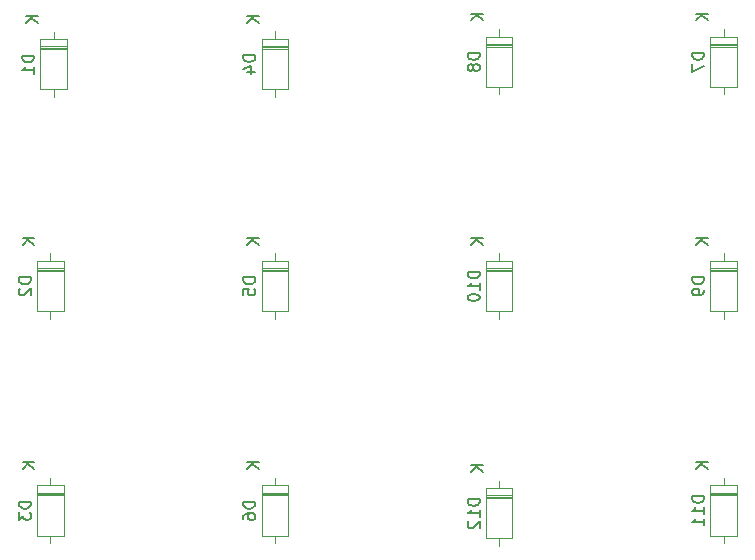
<source format=gbr>
%TF.GenerationSoftware,KiCad,Pcbnew,8.0.8*%
%TF.CreationDate,2025-02-20T19:12:18+01:00*%
%TF.ProjectId,lakypad,6c616b79-7061-4642-9e6b-696361645f70,rev?*%
%TF.SameCoordinates,Original*%
%TF.FileFunction,Legend,Bot*%
%TF.FilePolarity,Positive*%
%FSLAX46Y46*%
G04 Gerber Fmt 4.6, Leading zero omitted, Abs format (unit mm)*
G04 Created by KiCad (PCBNEW 8.0.8) date 2025-02-20 19:12:18*
%MOMM*%
%LPD*%
G01*
G04 APERTURE LIST*
%ADD10C,0.150000*%
%ADD11C,0.120000*%
%ADD12R,2.000000X2.000000*%
%ADD13C,2.000000*%
%ADD14C,3.200000*%
%ADD15C,1.700000*%
%ADD16C,4.000000*%
%ADD17C,2.200000*%
%ADD18R,1.600000X1.600000*%
%ADD19O,1.600000X1.600000*%
%ADD20O,1.600000X2.000000*%
%ADD21C,1.524000*%
G04 APERTURE END LIST*
D10*
X180334819Y-64071905D02*
X179334819Y-64071905D01*
X179334819Y-64071905D02*
X179334819Y-64310000D01*
X179334819Y-64310000D02*
X179382438Y-64452857D01*
X179382438Y-64452857D02*
X179477676Y-64548095D01*
X179477676Y-64548095D02*
X179572914Y-64595714D01*
X179572914Y-64595714D02*
X179763390Y-64643333D01*
X179763390Y-64643333D02*
X179906247Y-64643333D01*
X179906247Y-64643333D02*
X180096723Y-64595714D01*
X180096723Y-64595714D02*
X180191961Y-64548095D01*
X180191961Y-64548095D02*
X180287200Y-64452857D01*
X180287200Y-64452857D02*
X180334819Y-64310000D01*
X180334819Y-64310000D02*
X180334819Y-64071905D01*
X179334819Y-64976667D02*
X179334819Y-65643333D01*
X179334819Y-65643333D02*
X180334819Y-65214762D01*
X180654819Y-60738095D02*
X179654819Y-60738095D01*
X180654819Y-61309523D02*
X180083390Y-60880952D01*
X179654819Y-61309523D02*
X180226247Y-60738095D01*
X180334819Y-101595714D02*
X179334819Y-101595714D01*
X179334819Y-101595714D02*
X179334819Y-101833809D01*
X179334819Y-101833809D02*
X179382438Y-101976666D01*
X179382438Y-101976666D02*
X179477676Y-102071904D01*
X179477676Y-102071904D02*
X179572914Y-102119523D01*
X179572914Y-102119523D02*
X179763390Y-102167142D01*
X179763390Y-102167142D02*
X179906247Y-102167142D01*
X179906247Y-102167142D02*
X180096723Y-102119523D01*
X180096723Y-102119523D02*
X180191961Y-102071904D01*
X180191961Y-102071904D02*
X180287200Y-101976666D01*
X180287200Y-101976666D02*
X180334819Y-101833809D01*
X180334819Y-101833809D02*
X180334819Y-101595714D01*
X180334819Y-103119523D02*
X180334819Y-102548095D01*
X180334819Y-102833809D02*
X179334819Y-102833809D01*
X179334819Y-102833809D02*
X179477676Y-102738571D01*
X179477676Y-102738571D02*
X179572914Y-102643333D01*
X179572914Y-102643333D02*
X179620533Y-102548095D01*
X180334819Y-104071904D02*
X180334819Y-103500476D01*
X180334819Y-103786190D02*
X179334819Y-103786190D01*
X179334819Y-103786190D02*
X179477676Y-103690952D01*
X179477676Y-103690952D02*
X179572914Y-103595714D01*
X179572914Y-103595714D02*
X179620533Y-103500476D01*
X180654819Y-98738095D02*
X179654819Y-98738095D01*
X180654819Y-99309523D02*
X180083390Y-98880952D01*
X179654819Y-99309523D02*
X180226247Y-98738095D01*
X142334819Y-64261905D02*
X141334819Y-64261905D01*
X141334819Y-64261905D02*
X141334819Y-64500000D01*
X141334819Y-64500000D02*
X141382438Y-64642857D01*
X141382438Y-64642857D02*
X141477676Y-64738095D01*
X141477676Y-64738095D02*
X141572914Y-64785714D01*
X141572914Y-64785714D02*
X141763390Y-64833333D01*
X141763390Y-64833333D02*
X141906247Y-64833333D01*
X141906247Y-64833333D02*
X142096723Y-64785714D01*
X142096723Y-64785714D02*
X142191961Y-64738095D01*
X142191961Y-64738095D02*
X142287200Y-64642857D01*
X142287200Y-64642857D02*
X142334819Y-64500000D01*
X142334819Y-64500000D02*
X142334819Y-64261905D01*
X141668152Y-65690476D02*
X142334819Y-65690476D01*
X141287200Y-65452381D02*
X142001485Y-65214286D01*
X142001485Y-65214286D02*
X142001485Y-65833333D01*
X142654819Y-60928095D02*
X141654819Y-60928095D01*
X142654819Y-61499523D02*
X142083390Y-61070952D01*
X141654819Y-61499523D02*
X142226247Y-60928095D01*
X161334819Y-64071905D02*
X160334819Y-64071905D01*
X160334819Y-64071905D02*
X160334819Y-64310000D01*
X160334819Y-64310000D02*
X160382438Y-64452857D01*
X160382438Y-64452857D02*
X160477676Y-64548095D01*
X160477676Y-64548095D02*
X160572914Y-64595714D01*
X160572914Y-64595714D02*
X160763390Y-64643333D01*
X160763390Y-64643333D02*
X160906247Y-64643333D01*
X160906247Y-64643333D02*
X161096723Y-64595714D01*
X161096723Y-64595714D02*
X161191961Y-64548095D01*
X161191961Y-64548095D02*
X161287200Y-64452857D01*
X161287200Y-64452857D02*
X161334819Y-64310000D01*
X161334819Y-64310000D02*
X161334819Y-64071905D01*
X160763390Y-65214762D02*
X160715771Y-65119524D01*
X160715771Y-65119524D02*
X160668152Y-65071905D01*
X160668152Y-65071905D02*
X160572914Y-65024286D01*
X160572914Y-65024286D02*
X160525295Y-65024286D01*
X160525295Y-65024286D02*
X160430057Y-65071905D01*
X160430057Y-65071905D02*
X160382438Y-65119524D01*
X160382438Y-65119524D02*
X160334819Y-65214762D01*
X160334819Y-65214762D02*
X160334819Y-65405238D01*
X160334819Y-65405238D02*
X160382438Y-65500476D01*
X160382438Y-65500476D02*
X160430057Y-65548095D01*
X160430057Y-65548095D02*
X160525295Y-65595714D01*
X160525295Y-65595714D02*
X160572914Y-65595714D01*
X160572914Y-65595714D02*
X160668152Y-65548095D01*
X160668152Y-65548095D02*
X160715771Y-65500476D01*
X160715771Y-65500476D02*
X160763390Y-65405238D01*
X160763390Y-65405238D02*
X160763390Y-65214762D01*
X160763390Y-65214762D02*
X160811009Y-65119524D01*
X160811009Y-65119524D02*
X160858628Y-65071905D01*
X160858628Y-65071905D02*
X160953866Y-65024286D01*
X160953866Y-65024286D02*
X161144342Y-65024286D01*
X161144342Y-65024286D02*
X161239580Y-65071905D01*
X161239580Y-65071905D02*
X161287200Y-65119524D01*
X161287200Y-65119524D02*
X161334819Y-65214762D01*
X161334819Y-65214762D02*
X161334819Y-65405238D01*
X161334819Y-65405238D02*
X161287200Y-65500476D01*
X161287200Y-65500476D02*
X161239580Y-65548095D01*
X161239580Y-65548095D02*
X161144342Y-65595714D01*
X161144342Y-65595714D02*
X160953866Y-65595714D01*
X160953866Y-65595714D02*
X160858628Y-65548095D01*
X160858628Y-65548095D02*
X160811009Y-65500476D01*
X160811009Y-65500476D02*
X160763390Y-65405238D01*
X161654819Y-60738095D02*
X160654819Y-60738095D01*
X161654819Y-61309523D02*
X161083390Y-60880952D01*
X160654819Y-61309523D02*
X161226247Y-60738095D01*
X142334819Y-83071905D02*
X141334819Y-83071905D01*
X141334819Y-83071905D02*
X141334819Y-83310000D01*
X141334819Y-83310000D02*
X141382438Y-83452857D01*
X141382438Y-83452857D02*
X141477676Y-83548095D01*
X141477676Y-83548095D02*
X141572914Y-83595714D01*
X141572914Y-83595714D02*
X141763390Y-83643333D01*
X141763390Y-83643333D02*
X141906247Y-83643333D01*
X141906247Y-83643333D02*
X142096723Y-83595714D01*
X142096723Y-83595714D02*
X142191961Y-83548095D01*
X142191961Y-83548095D02*
X142287200Y-83452857D01*
X142287200Y-83452857D02*
X142334819Y-83310000D01*
X142334819Y-83310000D02*
X142334819Y-83071905D01*
X141334819Y-84548095D02*
X141334819Y-84071905D01*
X141334819Y-84071905D02*
X141811009Y-84024286D01*
X141811009Y-84024286D02*
X141763390Y-84071905D01*
X141763390Y-84071905D02*
X141715771Y-84167143D01*
X141715771Y-84167143D02*
X141715771Y-84405238D01*
X141715771Y-84405238D02*
X141763390Y-84500476D01*
X141763390Y-84500476D02*
X141811009Y-84548095D01*
X141811009Y-84548095D02*
X141906247Y-84595714D01*
X141906247Y-84595714D02*
X142144342Y-84595714D01*
X142144342Y-84595714D02*
X142239580Y-84548095D01*
X142239580Y-84548095D02*
X142287200Y-84500476D01*
X142287200Y-84500476D02*
X142334819Y-84405238D01*
X142334819Y-84405238D02*
X142334819Y-84167143D01*
X142334819Y-84167143D02*
X142287200Y-84071905D01*
X142287200Y-84071905D02*
X142239580Y-84024286D01*
X142654819Y-79738095D02*
X141654819Y-79738095D01*
X142654819Y-80309523D02*
X142083390Y-79880952D01*
X141654819Y-80309523D02*
X142226247Y-79738095D01*
X142334819Y-102071905D02*
X141334819Y-102071905D01*
X141334819Y-102071905D02*
X141334819Y-102310000D01*
X141334819Y-102310000D02*
X141382438Y-102452857D01*
X141382438Y-102452857D02*
X141477676Y-102548095D01*
X141477676Y-102548095D02*
X141572914Y-102595714D01*
X141572914Y-102595714D02*
X141763390Y-102643333D01*
X141763390Y-102643333D02*
X141906247Y-102643333D01*
X141906247Y-102643333D02*
X142096723Y-102595714D01*
X142096723Y-102595714D02*
X142191961Y-102548095D01*
X142191961Y-102548095D02*
X142287200Y-102452857D01*
X142287200Y-102452857D02*
X142334819Y-102310000D01*
X142334819Y-102310000D02*
X142334819Y-102071905D01*
X141334819Y-103500476D02*
X141334819Y-103310000D01*
X141334819Y-103310000D02*
X141382438Y-103214762D01*
X141382438Y-103214762D02*
X141430057Y-103167143D01*
X141430057Y-103167143D02*
X141572914Y-103071905D01*
X141572914Y-103071905D02*
X141763390Y-103024286D01*
X141763390Y-103024286D02*
X142144342Y-103024286D01*
X142144342Y-103024286D02*
X142239580Y-103071905D01*
X142239580Y-103071905D02*
X142287200Y-103119524D01*
X142287200Y-103119524D02*
X142334819Y-103214762D01*
X142334819Y-103214762D02*
X142334819Y-103405238D01*
X142334819Y-103405238D02*
X142287200Y-103500476D01*
X142287200Y-103500476D02*
X142239580Y-103548095D01*
X142239580Y-103548095D02*
X142144342Y-103595714D01*
X142144342Y-103595714D02*
X141906247Y-103595714D01*
X141906247Y-103595714D02*
X141811009Y-103548095D01*
X141811009Y-103548095D02*
X141763390Y-103500476D01*
X141763390Y-103500476D02*
X141715771Y-103405238D01*
X141715771Y-103405238D02*
X141715771Y-103214762D01*
X141715771Y-103214762D02*
X141763390Y-103119524D01*
X141763390Y-103119524D02*
X141811009Y-103071905D01*
X141811009Y-103071905D02*
X141906247Y-103024286D01*
X142654819Y-98738095D02*
X141654819Y-98738095D01*
X142654819Y-99309523D02*
X142083390Y-98880952D01*
X141654819Y-99309523D02*
X142226247Y-98738095D01*
X123617319Y-64303155D02*
X122617319Y-64303155D01*
X122617319Y-64303155D02*
X122617319Y-64541250D01*
X122617319Y-64541250D02*
X122664938Y-64684107D01*
X122664938Y-64684107D02*
X122760176Y-64779345D01*
X122760176Y-64779345D02*
X122855414Y-64826964D01*
X122855414Y-64826964D02*
X123045890Y-64874583D01*
X123045890Y-64874583D02*
X123188747Y-64874583D01*
X123188747Y-64874583D02*
X123379223Y-64826964D01*
X123379223Y-64826964D02*
X123474461Y-64779345D01*
X123474461Y-64779345D02*
X123569700Y-64684107D01*
X123569700Y-64684107D02*
X123617319Y-64541250D01*
X123617319Y-64541250D02*
X123617319Y-64303155D01*
X123617319Y-65826964D02*
X123617319Y-65255536D01*
X123617319Y-65541250D02*
X122617319Y-65541250D01*
X122617319Y-65541250D02*
X122760176Y-65446012D01*
X122760176Y-65446012D02*
X122855414Y-65350774D01*
X122855414Y-65350774D02*
X122903033Y-65255536D01*
X123937319Y-60969345D02*
X122937319Y-60969345D01*
X123937319Y-61540773D02*
X123365890Y-61112202D01*
X122937319Y-61540773D02*
X123508747Y-60969345D01*
X161334819Y-101826964D02*
X160334819Y-101826964D01*
X160334819Y-101826964D02*
X160334819Y-102065059D01*
X160334819Y-102065059D02*
X160382438Y-102207916D01*
X160382438Y-102207916D02*
X160477676Y-102303154D01*
X160477676Y-102303154D02*
X160572914Y-102350773D01*
X160572914Y-102350773D02*
X160763390Y-102398392D01*
X160763390Y-102398392D02*
X160906247Y-102398392D01*
X160906247Y-102398392D02*
X161096723Y-102350773D01*
X161096723Y-102350773D02*
X161191961Y-102303154D01*
X161191961Y-102303154D02*
X161287200Y-102207916D01*
X161287200Y-102207916D02*
X161334819Y-102065059D01*
X161334819Y-102065059D02*
X161334819Y-101826964D01*
X161334819Y-103350773D02*
X161334819Y-102779345D01*
X161334819Y-103065059D02*
X160334819Y-103065059D01*
X160334819Y-103065059D02*
X160477676Y-102969821D01*
X160477676Y-102969821D02*
X160572914Y-102874583D01*
X160572914Y-102874583D02*
X160620533Y-102779345D01*
X160430057Y-103731726D02*
X160382438Y-103779345D01*
X160382438Y-103779345D02*
X160334819Y-103874583D01*
X160334819Y-103874583D02*
X160334819Y-104112678D01*
X160334819Y-104112678D02*
X160382438Y-104207916D01*
X160382438Y-104207916D02*
X160430057Y-104255535D01*
X160430057Y-104255535D02*
X160525295Y-104303154D01*
X160525295Y-104303154D02*
X160620533Y-104303154D01*
X160620533Y-104303154D02*
X160763390Y-104255535D01*
X160763390Y-104255535D02*
X161334819Y-103684107D01*
X161334819Y-103684107D02*
X161334819Y-104303154D01*
X161654819Y-98969345D02*
X160654819Y-98969345D01*
X161654819Y-99540773D02*
X161083390Y-99112202D01*
X160654819Y-99540773D02*
X161226247Y-98969345D01*
X123334819Y-102071905D02*
X122334819Y-102071905D01*
X122334819Y-102071905D02*
X122334819Y-102310000D01*
X122334819Y-102310000D02*
X122382438Y-102452857D01*
X122382438Y-102452857D02*
X122477676Y-102548095D01*
X122477676Y-102548095D02*
X122572914Y-102595714D01*
X122572914Y-102595714D02*
X122763390Y-102643333D01*
X122763390Y-102643333D02*
X122906247Y-102643333D01*
X122906247Y-102643333D02*
X123096723Y-102595714D01*
X123096723Y-102595714D02*
X123191961Y-102548095D01*
X123191961Y-102548095D02*
X123287200Y-102452857D01*
X123287200Y-102452857D02*
X123334819Y-102310000D01*
X123334819Y-102310000D02*
X123334819Y-102071905D01*
X122334819Y-102976667D02*
X122334819Y-103595714D01*
X122334819Y-103595714D02*
X122715771Y-103262381D01*
X122715771Y-103262381D02*
X122715771Y-103405238D01*
X122715771Y-103405238D02*
X122763390Y-103500476D01*
X122763390Y-103500476D02*
X122811009Y-103548095D01*
X122811009Y-103548095D02*
X122906247Y-103595714D01*
X122906247Y-103595714D02*
X123144342Y-103595714D01*
X123144342Y-103595714D02*
X123239580Y-103548095D01*
X123239580Y-103548095D02*
X123287200Y-103500476D01*
X123287200Y-103500476D02*
X123334819Y-103405238D01*
X123334819Y-103405238D02*
X123334819Y-103119524D01*
X123334819Y-103119524D02*
X123287200Y-103024286D01*
X123287200Y-103024286D02*
X123239580Y-102976667D01*
X123654819Y-98738095D02*
X122654819Y-98738095D01*
X123654819Y-99309523D02*
X123083390Y-98880952D01*
X122654819Y-99309523D02*
X123226247Y-98738095D01*
X123334819Y-83071905D02*
X122334819Y-83071905D01*
X122334819Y-83071905D02*
X122334819Y-83310000D01*
X122334819Y-83310000D02*
X122382438Y-83452857D01*
X122382438Y-83452857D02*
X122477676Y-83548095D01*
X122477676Y-83548095D02*
X122572914Y-83595714D01*
X122572914Y-83595714D02*
X122763390Y-83643333D01*
X122763390Y-83643333D02*
X122906247Y-83643333D01*
X122906247Y-83643333D02*
X123096723Y-83595714D01*
X123096723Y-83595714D02*
X123191961Y-83548095D01*
X123191961Y-83548095D02*
X123287200Y-83452857D01*
X123287200Y-83452857D02*
X123334819Y-83310000D01*
X123334819Y-83310000D02*
X123334819Y-83071905D01*
X122430057Y-84024286D02*
X122382438Y-84071905D01*
X122382438Y-84071905D02*
X122334819Y-84167143D01*
X122334819Y-84167143D02*
X122334819Y-84405238D01*
X122334819Y-84405238D02*
X122382438Y-84500476D01*
X122382438Y-84500476D02*
X122430057Y-84548095D01*
X122430057Y-84548095D02*
X122525295Y-84595714D01*
X122525295Y-84595714D02*
X122620533Y-84595714D01*
X122620533Y-84595714D02*
X122763390Y-84548095D01*
X122763390Y-84548095D02*
X123334819Y-83976667D01*
X123334819Y-83976667D02*
X123334819Y-84595714D01*
X123654819Y-79738095D02*
X122654819Y-79738095D01*
X123654819Y-80309523D02*
X123083390Y-79880952D01*
X122654819Y-80309523D02*
X123226247Y-79738095D01*
X161334819Y-82595714D02*
X160334819Y-82595714D01*
X160334819Y-82595714D02*
X160334819Y-82833809D01*
X160334819Y-82833809D02*
X160382438Y-82976666D01*
X160382438Y-82976666D02*
X160477676Y-83071904D01*
X160477676Y-83071904D02*
X160572914Y-83119523D01*
X160572914Y-83119523D02*
X160763390Y-83167142D01*
X160763390Y-83167142D02*
X160906247Y-83167142D01*
X160906247Y-83167142D02*
X161096723Y-83119523D01*
X161096723Y-83119523D02*
X161191961Y-83071904D01*
X161191961Y-83071904D02*
X161287200Y-82976666D01*
X161287200Y-82976666D02*
X161334819Y-82833809D01*
X161334819Y-82833809D02*
X161334819Y-82595714D01*
X161334819Y-84119523D02*
X161334819Y-83548095D01*
X161334819Y-83833809D02*
X160334819Y-83833809D01*
X160334819Y-83833809D02*
X160477676Y-83738571D01*
X160477676Y-83738571D02*
X160572914Y-83643333D01*
X160572914Y-83643333D02*
X160620533Y-83548095D01*
X160334819Y-84738571D02*
X160334819Y-84833809D01*
X160334819Y-84833809D02*
X160382438Y-84929047D01*
X160382438Y-84929047D02*
X160430057Y-84976666D01*
X160430057Y-84976666D02*
X160525295Y-85024285D01*
X160525295Y-85024285D02*
X160715771Y-85071904D01*
X160715771Y-85071904D02*
X160953866Y-85071904D01*
X160953866Y-85071904D02*
X161144342Y-85024285D01*
X161144342Y-85024285D02*
X161239580Y-84976666D01*
X161239580Y-84976666D02*
X161287200Y-84929047D01*
X161287200Y-84929047D02*
X161334819Y-84833809D01*
X161334819Y-84833809D02*
X161334819Y-84738571D01*
X161334819Y-84738571D02*
X161287200Y-84643333D01*
X161287200Y-84643333D02*
X161239580Y-84595714D01*
X161239580Y-84595714D02*
X161144342Y-84548095D01*
X161144342Y-84548095D02*
X160953866Y-84500476D01*
X160953866Y-84500476D02*
X160715771Y-84500476D01*
X160715771Y-84500476D02*
X160525295Y-84548095D01*
X160525295Y-84548095D02*
X160430057Y-84595714D01*
X160430057Y-84595714D02*
X160382438Y-84643333D01*
X160382438Y-84643333D02*
X160334819Y-84738571D01*
X161654819Y-79738095D02*
X160654819Y-79738095D01*
X161654819Y-80309523D02*
X161083390Y-79880952D01*
X160654819Y-80309523D02*
X161226247Y-79738095D01*
X180334819Y-83071905D02*
X179334819Y-83071905D01*
X179334819Y-83071905D02*
X179334819Y-83310000D01*
X179334819Y-83310000D02*
X179382438Y-83452857D01*
X179382438Y-83452857D02*
X179477676Y-83548095D01*
X179477676Y-83548095D02*
X179572914Y-83595714D01*
X179572914Y-83595714D02*
X179763390Y-83643333D01*
X179763390Y-83643333D02*
X179906247Y-83643333D01*
X179906247Y-83643333D02*
X180096723Y-83595714D01*
X180096723Y-83595714D02*
X180191961Y-83548095D01*
X180191961Y-83548095D02*
X180287200Y-83452857D01*
X180287200Y-83452857D02*
X180334819Y-83310000D01*
X180334819Y-83310000D02*
X180334819Y-83071905D01*
X180334819Y-84119524D02*
X180334819Y-84310000D01*
X180334819Y-84310000D02*
X180287200Y-84405238D01*
X180287200Y-84405238D02*
X180239580Y-84452857D01*
X180239580Y-84452857D02*
X180096723Y-84548095D01*
X180096723Y-84548095D02*
X179906247Y-84595714D01*
X179906247Y-84595714D02*
X179525295Y-84595714D01*
X179525295Y-84595714D02*
X179430057Y-84548095D01*
X179430057Y-84548095D02*
X179382438Y-84500476D01*
X179382438Y-84500476D02*
X179334819Y-84405238D01*
X179334819Y-84405238D02*
X179334819Y-84214762D01*
X179334819Y-84214762D02*
X179382438Y-84119524D01*
X179382438Y-84119524D02*
X179430057Y-84071905D01*
X179430057Y-84071905D02*
X179525295Y-84024286D01*
X179525295Y-84024286D02*
X179763390Y-84024286D01*
X179763390Y-84024286D02*
X179858628Y-84071905D01*
X179858628Y-84071905D02*
X179906247Y-84119524D01*
X179906247Y-84119524D02*
X179953866Y-84214762D01*
X179953866Y-84214762D02*
X179953866Y-84405238D01*
X179953866Y-84405238D02*
X179906247Y-84500476D01*
X179906247Y-84500476D02*
X179858628Y-84548095D01*
X179858628Y-84548095D02*
X179763390Y-84595714D01*
X180654819Y-79738095D02*
X179654819Y-79738095D01*
X180654819Y-80309523D02*
X180083390Y-79880952D01*
X179654819Y-80309523D02*
X180226247Y-79738095D01*
D11*
%TO.C,D7*%
X180880000Y-62690000D02*
X180880000Y-66930000D01*
X180880000Y-66930000D02*
X183120000Y-66930000D01*
X182000000Y-62690000D02*
X182000000Y-62040000D01*
X182000000Y-66930000D02*
X182000000Y-67580000D01*
X183120000Y-62690000D02*
X180880000Y-62690000D01*
X183120000Y-63290000D02*
X180880000Y-63290000D01*
X183120000Y-63410000D02*
X180880000Y-63410000D01*
X183120000Y-63530000D02*
X180880000Y-63530000D01*
X183120000Y-66930000D02*
X183120000Y-62690000D01*
%TO.C,D11*%
X180880000Y-100690000D02*
X180880000Y-104930000D01*
X180880000Y-104930000D02*
X183120000Y-104930000D01*
X182000000Y-100690000D02*
X182000000Y-100040000D01*
X182000000Y-104930000D02*
X182000000Y-105580000D01*
X183120000Y-100690000D02*
X180880000Y-100690000D01*
X183120000Y-101290000D02*
X180880000Y-101290000D01*
X183120000Y-101410000D02*
X180880000Y-101410000D01*
X183120000Y-101530000D02*
X180880000Y-101530000D01*
X183120000Y-104930000D02*
X183120000Y-100690000D01*
%TO.C,D4*%
X142880000Y-62880000D02*
X142880000Y-67120000D01*
X142880000Y-67120000D02*
X145120000Y-67120000D01*
X144000000Y-62880000D02*
X144000000Y-62230000D01*
X144000000Y-67120000D02*
X144000000Y-67770000D01*
X145120000Y-62880000D02*
X142880000Y-62880000D01*
X145120000Y-63480000D02*
X142880000Y-63480000D01*
X145120000Y-63600000D02*
X142880000Y-63600000D01*
X145120000Y-63720000D02*
X142880000Y-63720000D01*
X145120000Y-67120000D02*
X145120000Y-62880000D01*
%TO.C,D8*%
X161880000Y-62690000D02*
X161880000Y-66930000D01*
X161880000Y-66930000D02*
X164120000Y-66930000D01*
X163000000Y-62690000D02*
X163000000Y-62040000D01*
X163000000Y-66930000D02*
X163000000Y-67580000D01*
X164120000Y-62690000D02*
X161880000Y-62690000D01*
X164120000Y-63290000D02*
X161880000Y-63290000D01*
X164120000Y-63410000D02*
X161880000Y-63410000D01*
X164120000Y-63530000D02*
X161880000Y-63530000D01*
X164120000Y-66930000D02*
X164120000Y-62690000D01*
%TO.C,D5*%
X142880000Y-81690000D02*
X142880000Y-85930000D01*
X142880000Y-85930000D02*
X145120000Y-85930000D01*
X144000000Y-81690000D02*
X144000000Y-81040000D01*
X144000000Y-85930000D02*
X144000000Y-86580000D01*
X145120000Y-81690000D02*
X142880000Y-81690000D01*
X145120000Y-82290000D02*
X142880000Y-82290000D01*
X145120000Y-82410000D02*
X142880000Y-82410000D01*
X145120000Y-82530000D02*
X142880000Y-82530000D01*
X145120000Y-85930000D02*
X145120000Y-81690000D01*
%TO.C,D6*%
X142880000Y-100690000D02*
X142880000Y-104930000D01*
X142880000Y-104930000D02*
X145120000Y-104930000D01*
X144000000Y-100690000D02*
X144000000Y-100040000D01*
X144000000Y-104930000D02*
X144000000Y-105580000D01*
X145120000Y-100690000D02*
X142880000Y-100690000D01*
X145120000Y-101290000D02*
X142880000Y-101290000D01*
X145120000Y-101410000D02*
X142880000Y-101410000D01*
X145120000Y-101530000D02*
X142880000Y-101530000D01*
X145120000Y-104930000D02*
X145120000Y-100690000D01*
%TO.C,D1*%
X124162500Y-62921250D02*
X124162500Y-67161250D01*
X124162500Y-67161250D02*
X126402500Y-67161250D01*
X125282500Y-62921250D02*
X125282500Y-62271250D01*
X125282500Y-67161250D02*
X125282500Y-67811250D01*
X126402500Y-62921250D02*
X124162500Y-62921250D01*
X126402500Y-63521250D02*
X124162500Y-63521250D01*
X126402500Y-63641250D02*
X124162500Y-63641250D01*
X126402500Y-63761250D02*
X124162500Y-63761250D01*
X126402500Y-67161250D02*
X126402500Y-62921250D01*
%TO.C,D12*%
X161880000Y-100921250D02*
X161880000Y-105161250D01*
X161880000Y-105161250D02*
X164120000Y-105161250D01*
X163000000Y-100921250D02*
X163000000Y-100271250D01*
X163000000Y-105161250D02*
X163000000Y-105811250D01*
X164120000Y-100921250D02*
X161880000Y-100921250D01*
X164120000Y-101521250D02*
X161880000Y-101521250D01*
X164120000Y-101641250D02*
X161880000Y-101641250D01*
X164120000Y-101761250D02*
X161880000Y-101761250D01*
X164120000Y-105161250D02*
X164120000Y-100921250D01*
%TO.C,D3*%
X123880000Y-100690000D02*
X123880000Y-104930000D01*
X123880000Y-104930000D02*
X126120000Y-104930000D01*
X125000000Y-100690000D02*
X125000000Y-100040000D01*
X125000000Y-104930000D02*
X125000000Y-105580000D01*
X126120000Y-100690000D02*
X123880000Y-100690000D01*
X126120000Y-101290000D02*
X123880000Y-101290000D01*
X126120000Y-101410000D02*
X123880000Y-101410000D01*
X126120000Y-101530000D02*
X123880000Y-101530000D01*
X126120000Y-104930000D02*
X126120000Y-100690000D01*
%TO.C,D2*%
X123880000Y-81690000D02*
X123880000Y-85930000D01*
X123880000Y-85930000D02*
X126120000Y-85930000D01*
X125000000Y-81690000D02*
X125000000Y-81040000D01*
X125000000Y-85930000D02*
X125000000Y-86580000D01*
X126120000Y-81690000D02*
X123880000Y-81690000D01*
X126120000Y-82290000D02*
X123880000Y-82290000D01*
X126120000Y-82410000D02*
X123880000Y-82410000D01*
X126120000Y-82530000D02*
X123880000Y-82530000D01*
X126120000Y-85930000D02*
X126120000Y-81690000D01*
%TO.C,D10*%
X161880000Y-81690000D02*
X161880000Y-85930000D01*
X161880000Y-85930000D02*
X164120000Y-85930000D01*
X163000000Y-81690000D02*
X163000000Y-81040000D01*
X163000000Y-85930000D02*
X163000000Y-86580000D01*
X164120000Y-81690000D02*
X161880000Y-81690000D01*
X164120000Y-82290000D02*
X161880000Y-82290000D01*
X164120000Y-82410000D02*
X161880000Y-82410000D01*
X164120000Y-82530000D02*
X161880000Y-82530000D01*
X164120000Y-85930000D02*
X164120000Y-81690000D01*
%TO.C,D9*%
X180880000Y-81690000D02*
X180880000Y-85930000D01*
X180880000Y-85930000D02*
X183120000Y-85930000D01*
X182000000Y-81690000D02*
X182000000Y-81040000D01*
X182000000Y-85930000D02*
X182000000Y-86580000D01*
X183120000Y-81690000D02*
X180880000Y-81690000D01*
X183120000Y-82290000D02*
X180880000Y-82290000D01*
X183120000Y-82410000D02*
X180880000Y-82410000D01*
X183120000Y-82530000D02*
X180880000Y-82530000D01*
X183120000Y-85930000D02*
X183120000Y-81690000D01*
%TD*%
%LPC*%
D12*
%TO.C,SW13*%
X167000000Y-32000000D03*
D13*
X167000000Y-37000000D03*
X167000000Y-34500000D03*
D14*
X174500000Y-28900000D03*
X174500000Y-40100000D03*
D13*
X181500000Y-37000000D03*
X181500000Y-32000000D03*
%TD*%
D15*
%TO.C,SW12*%
X148920000Y-103100000D03*
D16*
X154000000Y-103100000D03*
D15*
X159080000Y-103100000D03*
D17*
X156540000Y-98020000D03*
X150190000Y-100560000D03*
%TD*%
D15*
%TO.C,SW11*%
X167920000Y-103000000D03*
D16*
X173000000Y-103000000D03*
D15*
X178080000Y-103000000D03*
D17*
X175540000Y-97920000D03*
X169190000Y-100460000D03*
%TD*%
D15*
%TO.C,SW10*%
X148920000Y-84000000D03*
D16*
X154000000Y-84000000D03*
D15*
X159080000Y-84000000D03*
D17*
X156540000Y-78920000D03*
X150190000Y-81460000D03*
%TD*%
D15*
%TO.C,SW9*%
X167920000Y-84000000D03*
D16*
X173000000Y-84000000D03*
D15*
X178080000Y-84000000D03*
D17*
X175540000Y-78920000D03*
X169190000Y-81460000D03*
%TD*%
D15*
%TO.C,SW8*%
X148920000Y-65000000D03*
D16*
X154000000Y-65000000D03*
D15*
X159080000Y-65000000D03*
D17*
X156540000Y-59920000D03*
X150190000Y-62460000D03*
%TD*%
D15*
%TO.C,SW7*%
X167920000Y-65000000D03*
D16*
X173000000Y-65000000D03*
D15*
X178080000Y-65000000D03*
D17*
X175540000Y-59920000D03*
X169190000Y-62460000D03*
%TD*%
D15*
%TO.C,SW6*%
X129840000Y-103100000D03*
D16*
X134920000Y-103100000D03*
D15*
X140000000Y-103100000D03*
D17*
X137460000Y-98020000D03*
X131110000Y-100560000D03*
%TD*%
D15*
%TO.C,SW5*%
X129840000Y-84000000D03*
D16*
X134920000Y-84000000D03*
D15*
X140000000Y-84000000D03*
D17*
X137460000Y-78920000D03*
X131110000Y-81460000D03*
%TD*%
D15*
%TO.C,SW4*%
X129820000Y-65000000D03*
D16*
X134900000Y-65000000D03*
D15*
X139980000Y-65000000D03*
D17*
X137440000Y-59920000D03*
X131090000Y-62460000D03*
%TD*%
D15*
%TO.C,SW3*%
X110770000Y-103100000D03*
D16*
X115850000Y-103100000D03*
D15*
X120930000Y-103100000D03*
D17*
X118390000Y-98020000D03*
X112040000Y-100560000D03*
%TD*%
D15*
%TO.C,SW2*%
X110770000Y-84000000D03*
D16*
X115850000Y-84000000D03*
D15*
X120930000Y-84000000D03*
D17*
X118390000Y-78920000D03*
X112040000Y-81460000D03*
%TD*%
D15*
%TO.C,SW1*%
X110790000Y-65000000D03*
D16*
X115870000Y-65000000D03*
D15*
X120950000Y-65000000D03*
D17*
X118410000Y-59920000D03*
X112060000Y-62460000D03*
%TD*%
D18*
%TO.C,D7*%
X182000000Y-61000000D03*
D19*
X182000000Y-68620000D03*
%TD*%
D18*
%TO.C,D11*%
X182000000Y-99000000D03*
D19*
X182000000Y-106620000D03*
%TD*%
D18*
%TO.C,D4*%
X144000000Y-61190000D03*
D19*
X144000000Y-68810000D03*
%TD*%
D18*
%TO.C,D8*%
X163000000Y-61000000D03*
D19*
X163000000Y-68620000D03*
%TD*%
D18*
%TO.C,D5*%
X144000000Y-80000000D03*
D19*
X144000000Y-87620000D03*
%TD*%
D18*
%TO.C,D6*%
X144000000Y-99000000D03*
D19*
X144000000Y-106620000D03*
%TD*%
D18*
%TO.C,D1*%
X125282500Y-61231250D03*
D19*
X125282500Y-68851250D03*
%TD*%
D18*
%TO.C,D12*%
X163000000Y-99231250D03*
D19*
X163000000Y-106851250D03*
%TD*%
D18*
%TO.C,D3*%
X125000000Y-99000000D03*
D19*
X125000000Y-106620000D03*
%TD*%
D18*
%TO.C,D2*%
X125000000Y-80000000D03*
D19*
X125000000Y-87620000D03*
%TD*%
D18*
%TO.C,D10*%
X163000000Y-80000000D03*
D19*
X163000000Y-87620000D03*
%TD*%
D18*
%TO.C,D9*%
X182000000Y-80000000D03*
D19*
X182000000Y-87620000D03*
%TD*%
D20*
%TO.C,Brd1*%
X148540000Y-25000000D03*
X146000000Y-25000000D03*
X143460000Y-25000000D03*
X140920000Y-25000000D03*
%TD*%
D21*
%TO.C,U1*%
X107635000Y-23000000D03*
X107635000Y-25540000D03*
X107635000Y-28080000D03*
X107635000Y-30620000D03*
X107635000Y-33160000D03*
X107635000Y-35700000D03*
X107635000Y-38240000D03*
X122875000Y-38240000D03*
X122875000Y-35700000D03*
X122875000Y-33160000D03*
X122875000Y-30620000D03*
X122875000Y-28080000D03*
X122875000Y-25540000D03*
X122875000Y-23000000D03*
%TD*%
%LPD*%
M02*

</source>
